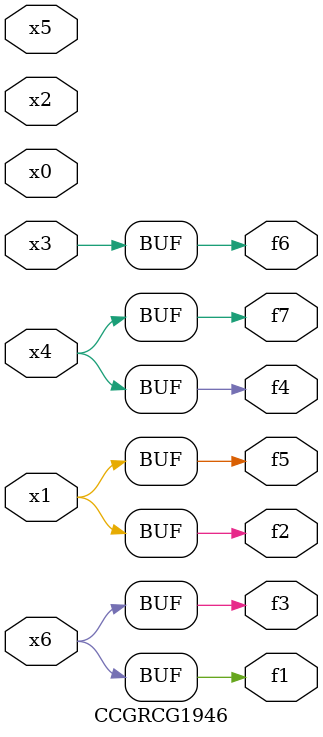
<source format=v>
module CCGRCG1946(
	input x0, x1, x2, x3, x4, x5, x6,
	output f1, f2, f3, f4, f5, f6, f7
);
	assign f1 = x6;
	assign f2 = x1;
	assign f3 = x6;
	assign f4 = x4;
	assign f5 = x1;
	assign f6 = x3;
	assign f7 = x4;
endmodule

</source>
